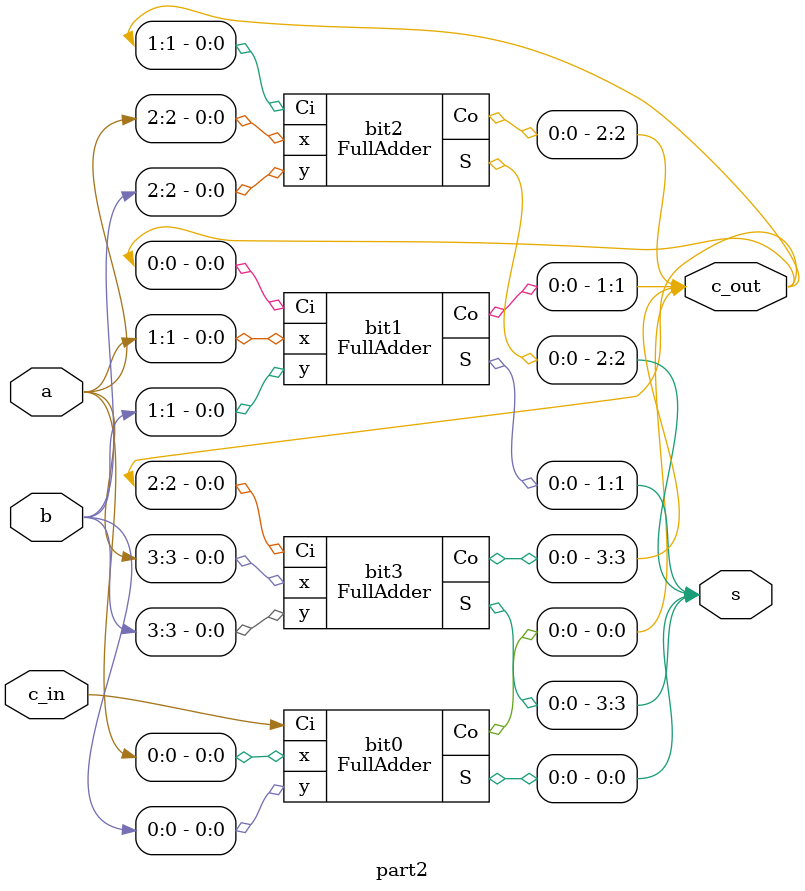
<source format=v>
`timescale 1ns / 1ns

module FullAdder(x, y, Ci, S, Co);

input x, y, Ci;
output S, Co;

assign S = Ci ^ x ^ y;
assign Co = (x & y)|(x & Ci)|(y & Ci);

endmodule


module part2(a, b, c_in, s, c_out);

input [3:0]a, b;
input c_in;
output [3:0]s, c_out;

FullAdder bit0(a[0], b[0], c_in, s[0], c_out[0]);
FullAdder bit1(a[1], b[1], c_out[0], s[1], c_out[1]);
FullAdder bit2(a[2], b[2], c_out[1], s[2], c_out[2]);
FullAdder bit3(a[3], b[3], c_out[2], s[3], c_out[3]);

endmodule

</source>
